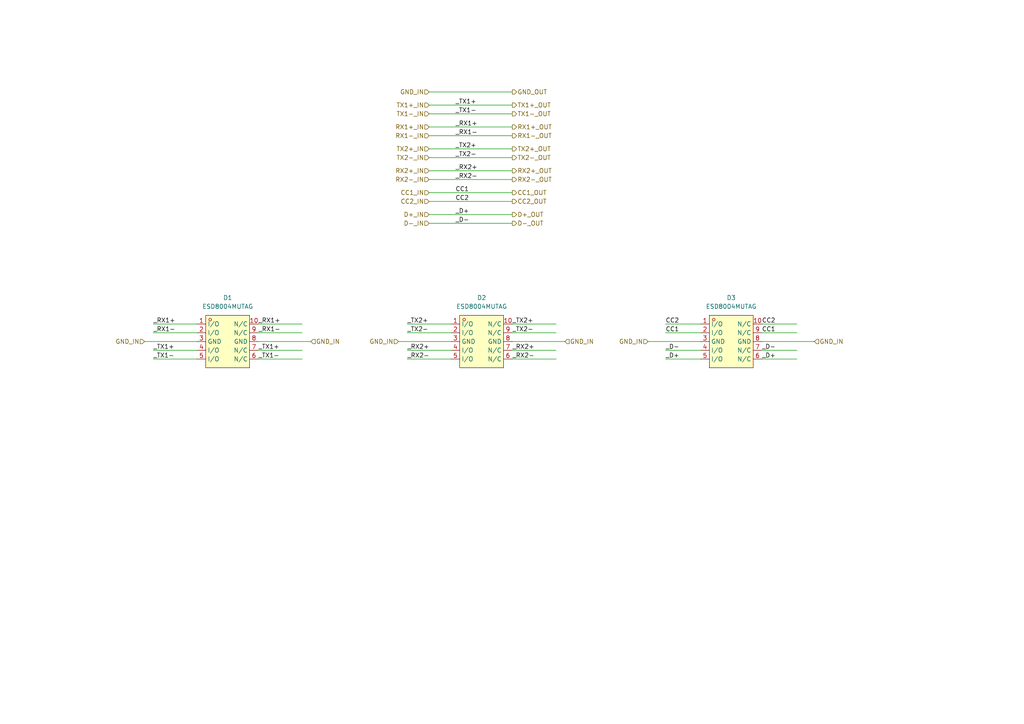
<source format=kicad_sch>
(kicad_sch
	(version 20250114)
	(generator "eeschema")
	(generator_version "9.0")
	(uuid "8194d86b-9a2a-4260-9917-d7e1c5b35e51")
	(paper "A4")
	(lib_symbols
		(symbol "easyeda:ESD8004MUTAG"
			(exclude_from_sim no)
			(in_bom yes)
			(on_board yes)
			(property "Reference" "D"
				(at 0 10.16 0)
				(effects
					(font
						(size 1.27 1.27)
					)
				)
			)
			(property "Value" "ESD8004MUTAG"
				(at 0 -10.16 0)
				(effects
					(font
						(size 1.27 1.27)
					)
				)
			)
			(property "Footprint" "easyeda:UDFN-10_L2.5-W1.0-P0.50-BL"
				(at 0 -12.7 0)
				(effects
					(font
						(size 1.27 1.27)
					)
					(hide yes)
				)
			)
			(property "Datasheet" ""
				(at 0 0 0)
				(effects
					(font
						(size 1.27 1.27)
					)
					(hide yes)
				)
			)
			(property "Description" ""
				(at 0 0 0)
				(effects
					(font
						(size 1.27 1.27)
					)
					(hide yes)
				)
			)
			(property "LCSC Part" "C605399"
				(at 0 -15.24 0)
				(effects
					(font
						(size 1.27 1.27)
					)
					(hide yes)
				)
			)
			(symbol "ESD8004MUTAG_0_1"
				(rectangle
					(start -6.35 7.62)
					(end 6.35 -7.62)
					(stroke
						(width 0)
						(type default)
					)
					(fill
						(type background)
					)
				)
				(circle
					(center -5.08 6.35)
					(radius 0.38)
					(stroke
						(width 0)
						(type default)
					)
					(fill
						(type none)
					)
				)
				(pin unspecified line
					(at -8.89 5.08 0)
					(length 2.54)
					(name "I/O"
						(effects
							(font
								(size 1.27 1.27)
							)
						)
					)
					(number "1"
						(effects
							(font
								(size 1.27 1.27)
							)
						)
					)
				)
				(pin unspecified line
					(at -8.89 2.54 0)
					(length 2.54)
					(name "I/O"
						(effects
							(font
								(size 1.27 1.27)
							)
						)
					)
					(number "2"
						(effects
							(font
								(size 1.27 1.27)
							)
						)
					)
				)
				(pin unspecified line
					(at -8.89 0 0)
					(length 2.54)
					(name "GND"
						(effects
							(font
								(size 1.27 1.27)
							)
						)
					)
					(number "3"
						(effects
							(font
								(size 1.27 1.27)
							)
						)
					)
				)
				(pin unspecified line
					(at -8.89 -2.54 0)
					(length 2.54)
					(name "I/O"
						(effects
							(font
								(size 1.27 1.27)
							)
						)
					)
					(number "4"
						(effects
							(font
								(size 1.27 1.27)
							)
						)
					)
				)
				(pin unspecified line
					(at -8.89 -5.08 0)
					(length 2.54)
					(name "I/O"
						(effects
							(font
								(size 1.27 1.27)
							)
						)
					)
					(number "5"
						(effects
							(font
								(size 1.27 1.27)
							)
						)
					)
				)
				(pin unspecified line
					(at 8.89 5.08 180)
					(length 2.54)
					(name "N/C"
						(effects
							(font
								(size 1.27 1.27)
							)
						)
					)
					(number "10"
						(effects
							(font
								(size 1.27 1.27)
							)
						)
					)
				)
				(pin unspecified line
					(at 8.89 2.54 180)
					(length 2.54)
					(name "N/C"
						(effects
							(font
								(size 1.27 1.27)
							)
						)
					)
					(number "9"
						(effects
							(font
								(size 1.27 1.27)
							)
						)
					)
				)
				(pin unspecified line
					(at 8.89 0 180)
					(length 2.54)
					(name "GND"
						(effects
							(font
								(size 1.27 1.27)
							)
						)
					)
					(number "8"
						(effects
							(font
								(size 1.27 1.27)
							)
						)
					)
				)
				(pin unspecified line
					(at 8.89 -2.54 180)
					(length 2.54)
					(name "N/C"
						(effects
							(font
								(size 1.27 1.27)
							)
						)
					)
					(number "7"
						(effects
							(font
								(size 1.27 1.27)
							)
						)
					)
				)
				(pin unspecified line
					(at 8.89 -5.08 180)
					(length 2.54)
					(name "N/C"
						(effects
							(font
								(size 1.27 1.27)
							)
						)
					)
					(number "6"
						(effects
							(font
								(size 1.27 1.27)
							)
						)
					)
				)
			)
			(embedded_fonts no)
		)
	)
	(wire
		(pts
			(xy 115.57 99.06) (xy 130.81 99.06)
		)
		(stroke
			(width 0)
			(type default)
		)
		(uuid "08af427f-9e5b-4b84-ba38-706e4d154e3e")
	)
	(wire
		(pts
			(xy 118.11 104.14) (xy 130.81 104.14)
		)
		(stroke
			(width 0)
			(type solid)
		)
		(uuid "11e9b496-e615-4cf8-91d3-c7fbc1f6eebb")
	)
	(wire
		(pts
			(xy 148.59 93.98) (xy 161.29 93.98)
		)
		(stroke
			(width 0)
			(type solid)
		)
		(uuid "141d61c2-f4c4-40ed-86b0-d3b0cf8f9160")
	)
	(wire
		(pts
			(xy 124.46 49.53) (xy 148.59 49.53)
		)
		(stroke
			(width 0)
			(type solid)
		)
		(uuid "164dd0d7-24ab-42a0-94f8-b500bc010301")
	)
	(wire
		(pts
			(xy 74.93 101.6) (xy 87.63 101.6)
		)
		(stroke
			(width 0)
			(type solid)
		)
		(uuid "18956ff3-e355-4a5b-8d04-3efb52a49607")
	)
	(wire
		(pts
			(xy 124.46 62.23) (xy 148.59 62.23)
		)
		(stroke
			(width 0)
			(type solid)
		)
		(uuid "1e40373d-583d-415b-82b0-1a8128bf2840")
	)
	(wire
		(pts
			(xy 220.98 93.98) (xy 231.14 93.98)
		)
		(stroke
			(width 0)
			(type solid)
		)
		(uuid "212572f1-1dec-4c0a-8740-d7634dd3cb56")
	)
	(wire
		(pts
			(xy 187.96 99.06) (xy 203.2 99.06)
		)
		(stroke
			(width 0)
			(type default)
		)
		(uuid "2862016c-dbcf-4622-a56e-ef8f4d6eff71")
	)
	(wire
		(pts
			(xy 124.46 55.88) (xy 148.59 55.88)
		)
		(stroke
			(width 0)
			(type solid)
		)
		(uuid "328e2a55-03d2-4606-9ff3-191943024186")
	)
	(wire
		(pts
			(xy 118.11 93.98) (xy 130.81 93.98)
		)
		(stroke
			(width 0)
			(type solid)
		)
		(uuid "479b6c2a-0af2-479b-a686-d2f12c9da043")
	)
	(wire
		(pts
			(xy 193.04 93.98) (xy 203.2 93.98)
		)
		(stroke
			(width 0)
			(type solid)
		)
		(uuid "47d4d0af-c5a3-4fba-867c-bb5a7db96889")
	)
	(wire
		(pts
			(xy 148.59 101.6) (xy 161.29 101.6)
		)
		(stroke
			(width 0)
			(type solid)
		)
		(uuid "4b537649-733b-47bc-a073-1155c2fc6609")
	)
	(wire
		(pts
			(xy 124.46 64.77) (xy 148.59 64.77)
		)
		(stroke
			(width 0)
			(type solid)
		)
		(uuid "4b5423e6-2d86-4a9f-acb9-587eb6cd9661")
	)
	(wire
		(pts
			(xy 124.46 52.07) (xy 148.59 52.07)
		)
		(stroke
			(width 0)
			(type solid)
		)
		(uuid "506a5c8e-68cf-4047-b838-8203472a28ae")
	)
	(wire
		(pts
			(xy 124.46 39.37) (xy 148.59 39.37)
		)
		(stroke
			(width 0)
			(type solid)
		)
		(uuid "52d9afee-a6ad-4172-a6bc-7727c1916be7")
	)
	(wire
		(pts
			(xy 44.45 101.6) (xy 57.15 101.6)
		)
		(stroke
			(width 0)
			(type solid)
		)
		(uuid "53977119-3721-433c-a340-fdc4fe56fbd2")
	)
	(wire
		(pts
			(xy 74.93 93.98) (xy 87.63 93.98)
		)
		(stroke
			(width 0)
			(type solid)
		)
		(uuid "55a0c623-2614-4517-91d0-8bf53b9f8cf8")
	)
	(wire
		(pts
			(xy 74.93 99.06) (xy 90.17 99.06)
		)
		(stroke
			(width 0)
			(type default)
		)
		(uuid "59668ac9-98bc-4cc3-ac95-18fd8cadfb7b")
	)
	(wire
		(pts
			(xy 124.46 43.18) (xy 148.59 43.18)
		)
		(stroke
			(width 0)
			(type solid)
		)
		(uuid "5f89be63-5cb1-418f-9832-84fa882736a4")
	)
	(wire
		(pts
			(xy 44.45 104.14) (xy 57.15 104.14)
		)
		(stroke
			(width 0)
			(type solid)
		)
		(uuid "6a10ddfe-bf74-4cb0-9edb-d56a1eb54d16")
	)
	(wire
		(pts
			(xy 41.91 99.06) (xy 57.15 99.06)
		)
		(stroke
			(width 0)
			(type default)
		)
		(uuid "72282b30-e196-4715-bb00-923f5cefb2f3")
	)
	(wire
		(pts
			(xy 220.98 104.14) (xy 231.14 104.14)
		)
		(stroke
			(width 0)
			(type solid)
		)
		(uuid "77fa294a-75ad-4ab3-91fa-8e46a769e1ad")
	)
	(wire
		(pts
			(xy 148.59 96.52) (xy 161.29 96.52)
		)
		(stroke
			(width 0)
			(type solid)
		)
		(uuid "7854a9f4-4822-4b4e-8477-2ee6ad7787f7")
	)
	(wire
		(pts
			(xy 148.59 99.06) (xy 163.83 99.06)
		)
		(stroke
			(width 0)
			(type default)
		)
		(uuid "7f63c955-d08e-4d50-afbe-a7010d07900e")
	)
	(wire
		(pts
			(xy 124.46 45.72) (xy 148.59 45.72)
		)
		(stroke
			(width 0)
			(type solid)
		)
		(uuid "7f7e8fac-7396-4202-be29-a4d9b9856a7c")
	)
	(wire
		(pts
			(xy 124.46 26.67) (xy 148.59 26.67)
		)
		(stroke
			(width 0)
			(type solid)
		)
		(uuid "9347c7d0-ec98-46e2-a3bf-c8cdaa8d41de")
	)
	(wire
		(pts
			(xy 193.04 96.52) (xy 203.2 96.52)
		)
		(stroke
			(width 0)
			(type solid)
		)
		(uuid "9d58cbf7-a6fe-4abe-9e62-6e74a8e18def")
	)
	(wire
		(pts
			(xy 220.98 96.52) (xy 231.14 96.52)
		)
		(stroke
			(width 0)
			(type solid)
		)
		(uuid "a3ad03ad-60e9-48fc-9969-5ba5de925a63")
	)
	(wire
		(pts
			(xy 124.46 36.83) (xy 148.59 36.83)
		)
		(stroke
			(width 0)
			(type solid)
		)
		(uuid "a4ece846-ff82-46c9-8d83-498add4c1f81")
	)
	(wire
		(pts
			(xy 74.93 96.52) (xy 87.63 96.52)
		)
		(stroke
			(width 0)
			(type solid)
		)
		(uuid "a875ca9a-ab79-47d4-abfb-85018a96c944")
	)
	(wire
		(pts
			(xy 124.46 30.48) (xy 148.59 30.48)
		)
		(stroke
			(width 0)
			(type solid)
		)
		(uuid "a8b6dd6a-a284-402a-8353-4425dd2d565a")
	)
	(wire
		(pts
			(xy 220.98 101.6) (xy 231.14 101.6)
		)
		(stroke
			(width 0)
			(type solid)
		)
		(uuid "aab47bf6-77e9-4a03-b43b-f6e485c0eff7")
	)
	(wire
		(pts
			(xy 124.46 33.02) (xy 148.59 33.02)
		)
		(stroke
			(width 0)
			(type solid)
		)
		(uuid "b2c3032c-bc01-4ea9-8a0d-9e8925234e53")
	)
	(wire
		(pts
			(xy 193.04 104.14) (xy 203.2 104.14)
		)
		(stroke
			(width 0)
			(type solid)
		)
		(uuid "b4ea1dc2-7f3e-4e71-a710-a488d8dbc480")
	)
	(wire
		(pts
			(xy 44.45 93.98) (xy 57.15 93.98)
		)
		(stroke
			(width 0)
			(type solid)
		)
		(uuid "b86a79dd-337e-4bb1-8f8c-38e34981a5e0")
	)
	(wire
		(pts
			(xy 44.45 96.52) (xy 57.15 96.52)
		)
		(stroke
			(width 0)
			(type solid)
		)
		(uuid "ba9278dd-0b99-4800-ae97-d406425e8e5f")
	)
	(wire
		(pts
			(xy 118.11 96.52) (xy 130.81 96.52)
		)
		(stroke
			(width 0)
			(type solid)
		)
		(uuid "be204e0d-eec4-4b1f-b0bc-a9f00f21a801")
	)
	(wire
		(pts
			(xy 148.59 104.14) (xy 161.29 104.14)
		)
		(stroke
			(width 0)
			(type solid)
		)
		(uuid "bfee93e9-690b-41fa-8034-5135cb628050")
	)
	(wire
		(pts
			(xy 118.11 101.6) (xy 130.81 101.6)
		)
		(stroke
			(width 0)
			(type solid)
		)
		(uuid "cab75288-61ca-4793-8084-b4ab3c101630")
	)
	(wire
		(pts
			(xy 74.93 104.14) (xy 87.63 104.14)
		)
		(stroke
			(width 0)
			(type solid)
		)
		(uuid "df6178de-8515-4158-a846-a7ef863e46a0")
	)
	(wire
		(pts
			(xy 193.04 101.6) (xy 203.2 101.6)
		)
		(stroke
			(width 0)
			(type solid)
		)
		(uuid "df966837-715a-4d69-aa4c-0d2ccaf4f06f")
	)
	(wire
		(pts
			(xy 124.46 58.42) (xy 148.59 58.42)
		)
		(stroke
			(width 0)
			(type solid)
		)
		(uuid "ea221453-16fb-4f63-97ff-07870b16f3fd")
	)
	(wire
		(pts
			(xy 220.98 99.06) (xy 236.22 99.06)
		)
		(stroke
			(width 0)
			(type default)
		)
		(uuid "eeb46b4a-8af1-49d3-8198-775a8f2a4fda")
	)
	(label "_TX2-"
		(at 132.08 45.72 0)
		(effects
			(font
				(size 1.27 1.27)
			)
			(justify left bottom)
		)
		(uuid "0052ac9e-5d1a-4bd3-847f-5a51f104e837")
	)
	(label "CC1"
		(at 220.98 96.52 0)
		(effects
			(font
				(size 1.27 1.27)
			)
			(justify left bottom)
		)
		(uuid "01c2abc2-caf9-4c02-82f6-5657ec70c509")
	)
	(label "CC1"
		(at 193.04 96.52 0)
		(effects
			(font
				(size 1.27 1.27)
			)
			(justify left bottom)
		)
		(uuid "06003d54-7d59-4cec-a167-68ef6126e79c")
	)
	(label "_D+"
		(at 193.04 104.14 0)
		(effects
			(font
				(size 1.27 1.27)
			)
			(justify left bottom)
		)
		(uuid "0b94ffab-bb21-4458-8ab4-97fde7fe130d")
	)
	(label "_TX1+"
		(at 132.08 30.48 0)
		(effects
			(font
				(size 1.27 1.27)
			)
			(justify left bottom)
		)
		(uuid "0ef27b74-242a-4b00-a3fe-3d074393e7ec")
	)
	(label "_TX2+"
		(at 118.11 93.98 0)
		(effects
			(font
				(size 1.27 1.27)
			)
			(justify left bottom)
		)
		(uuid "1412d5e3-18ce-40dc-bef7-807551209ecf")
	)
	(label "_TX1+"
		(at 74.93 101.6 0)
		(effects
			(font
				(size 1.27 1.27)
			)
			(justify left bottom)
		)
		(uuid "30442e47-7b5c-40b6-b072-9291a499b29b")
	)
	(label "_RX2+"
		(at 148.59 101.6 0)
		(effects
			(font
				(size 1.27 1.27)
			)
			(justify left bottom)
		)
		(uuid "36652c62-08ce-4910-882b-d83b95ffaff5")
	)
	(label "CC2"
		(at 220.98 93.98 0)
		(effects
			(font
				(size 1.27 1.27)
			)
			(justify left bottom)
		)
		(uuid "367358a9-1fac-4468-9119-3f8960b3b18c")
	)
	(label "CC1"
		(at 132.08 55.88 0)
		(effects
			(font
				(size 1.27 1.27)
			)
			(justify left bottom)
		)
		(uuid "3fe7db16-c4da-4604-85be-dd952375b9b6")
	)
	(label "_TX2-"
		(at 118.11 96.52 0)
		(effects
			(font
				(size 1.27 1.27)
			)
			(justify left bottom)
		)
		(uuid "4b4c75f5-5154-45eb-b6cf-3a956cbfc08e")
	)
	(label "_RX2+"
		(at 118.11 101.6 0)
		(effects
			(font
				(size 1.27 1.27)
			)
			(justify left bottom)
		)
		(uuid "58611ea4-5f5f-44a3-b7db-37b839baf073")
	)
	(label "_TX1-"
		(at 44.45 104.14 0)
		(effects
			(font
				(size 1.27 1.27)
			)
			(justify left bottom)
		)
		(uuid "5bdd1e44-8edc-4323-be59-cff583e8b91e")
	)
	(label "_RX2-"
		(at 118.11 104.14 0)
		(effects
			(font
				(size 1.27 1.27)
			)
			(justify left bottom)
		)
		(uuid "67ce8b99-99fe-40f7-8f49-8d36b88901a7")
	)
	(label "_TX2+"
		(at 132.08 43.18 0)
		(effects
			(font
				(size 1.27 1.27)
			)
			(justify left bottom)
		)
		(uuid "683e88a3-ba41-49a1-aceb-be1309a6c94a")
	)
	(label "_D-"
		(at 193.04 101.6 0)
		(effects
			(font
				(size 1.27 1.27)
			)
			(justify left bottom)
		)
		(uuid "6d6f0760-7429-4ed0-9f04-7d5e37730d65")
	)
	(label "_RX1-"
		(at 132.08 39.37 0)
		(effects
			(font
				(size 1.27 1.27)
			)
			(justify left bottom)
		)
		(uuid "71568ee1-9ae3-45a7-a3f3-ba551e4005f0")
	)
	(label "_D-"
		(at 220.98 101.6 0)
		(effects
			(font
				(size 1.27 1.27)
			)
			(justify left bottom)
		)
		(uuid "71b1ccad-82df-4c48-99a4-0a79a165378a")
	)
	(label "_RX1-"
		(at 74.93 96.52 0)
		(effects
			(font
				(size 1.27 1.27)
			)
			(justify left bottom)
		)
		(uuid "735cf813-ca41-455d-8a4c-5b0357263ae2")
	)
	(label "_RX1+"
		(at 74.93 93.98 0)
		(effects
			(font
				(size 1.27 1.27)
			)
			(justify left bottom)
		)
		(uuid "78ba5a0d-bf0b-4a16-b1bb-1bb496de675b")
	)
	(label "_RX1-"
		(at 44.45 96.52 0)
		(effects
			(font
				(size 1.27 1.27)
			)
			(justify left bottom)
		)
		(uuid "832f7d7e-b71e-4624-9d9a-db22bad8695a")
	)
	(label "_TX1+"
		(at 44.45 101.6 0)
		(effects
			(font
				(size 1.27 1.27)
			)
			(justify left bottom)
		)
		(uuid "83aa9b75-fd12-4e18-a139-64d63786686b")
	)
	(label "_RX2+"
		(at 132.08 49.53 0)
		(effects
			(font
				(size 1.27 1.27)
			)
			(justify left bottom)
		)
		(uuid "9f61b4ac-a27d-48d9-9ee0-18e47990f8e7")
	)
	(label "_D-"
		(at 132.08 64.77 0)
		(effects
			(font
				(size 1.27 1.27)
			)
			(justify left bottom)
		)
		(uuid "a6f1f279-170f-445b-8f1e-00f0fbb25b70")
	)
	(label "_TX2-"
		(at 148.59 96.52 0)
		(effects
			(font
				(size 1.27 1.27)
			)
			(justify left bottom)
		)
		(uuid "afd9d2d8-4fb0-4579-80f5-3c766e9e7c5f")
	)
	(label "CC2"
		(at 132.08 58.42 0)
		(effects
			(font
				(size 1.27 1.27)
			)
			(justify left bottom)
		)
		(uuid "afe07791-a59c-4da8-9338-ae6fe9f58266")
	)
	(label "_D+"
		(at 132.08 62.23 0)
		(effects
			(font
				(size 1.27 1.27)
			)
			(justify left bottom)
		)
		(uuid "b5074637-6725-4561-88bc-e95f84938cb1")
	)
	(label "_TX2+"
		(at 148.59 93.98 0)
		(effects
			(font
				(size 1.27 1.27)
			)
			(justify left bottom)
		)
		(uuid "b741d2d7-59d6-42cf-beb5-8ccd0b98e16b")
	)
	(label "_RX2-"
		(at 132.08 52.07 0)
		(effects
			(font
				(size 1.27 1.27)
			)
			(justify left bottom)
		)
		(uuid "bdfbf6f3-5b2b-46e0-b4f1-1bb8cacaad56")
	)
	(label "_TX1-"
		(at 74.93 104.14 0)
		(effects
			(font
				(size 1.27 1.27)
			)
			(justify left bottom)
		)
		(uuid "cc45d8f4-e596-420d-8c6b-32e157a5ca2b")
	)
	(label "_RX1+"
		(at 44.45 93.98 0)
		(effects
			(font
				(size 1.27 1.27)
			)
			(justify left bottom)
		)
		(uuid "d40915a6-d04c-45fd-8eb5-810dc41d6bb7")
	)
	(label "_RX2-"
		(at 148.59 104.14 0)
		(effects
			(font
				(size 1.27 1.27)
			)
			(justify left bottom)
		)
		(uuid "ebb8ac02-9171-4f89-a8a7-95ea7c28f719")
	)
	(label "_RX1+"
		(at 132.08 36.83 0)
		(effects
			(font
				(size 1.27 1.27)
			)
			(justify left bottom)
		)
		(uuid "f798037d-6663-497d-ba94-82b5bffc2207")
	)
	(label "CC2"
		(at 193.04 93.98 0)
		(effects
			(font
				(size 1.27 1.27)
			)
			(justify left bottom)
		)
		(uuid "f91a6888-8b8c-49bb-9115-57e47e1896b0")
	)
	(label "_TX1-"
		(at 132.08 33.02 0)
		(effects
			(font
				(size 1.27 1.27)
			)
			(justify left bottom)
		)
		(uuid "fc01c335-7a15-466d-8cc9-02d7c26ea1be")
	)
	(label "_D+"
		(at 220.98 104.14 0)
		(effects
			(font
				(size 1.27 1.27)
			)
			(justify left bottom)
		)
		(uuid "ff69c5cf-04f3-4d9d-aa63-0821566f872b")
	)
	(hierarchical_label "RX2+_OUT"
		(shape output)
		(at 148.59 49.53 0)
		(effects
			(font
				(size 1.27 1.27)
			)
			(justify left)
		)
		(uuid "05156468-bb4c-49c8-bee7-bdae032683c9")
	)
	(hierarchical_label "TX1+_OUT"
		(shape output)
		(at 148.59 30.48 0)
		(effects
			(font
				(size 1.27 1.27)
			)
			(justify left)
		)
		(uuid "195c1c8a-ac78-4196-9eda-874b2676c624")
	)
	(hierarchical_label "GND_IN"
		(shape input)
		(at 41.91 99.06 180)
		(effects
			(font
				(size 1.27 1.27)
			)
			(justify right)
		)
		(uuid "31829795-d371-4f2d-9057-d813fb1b70dc")
	)
	(hierarchical_label "RX1-_IN"
		(shape input)
		(at 124.46 39.37 180)
		(effects
			(font
				(size 1.27 1.27)
			)
			(justify right)
		)
		(uuid "32209bf9-10a1-48ff-8980-9bc2cf39777a")
	)
	(hierarchical_label "D+_OUT"
		(shape output)
		(at 148.59 62.23 0)
		(effects
			(font
				(size 1.27 1.27)
			)
			(justify left)
		)
		(uuid "3b47c988-f698-4a0e-b39b-b254d7cc2320")
	)
	(hierarchical_label "CC1_IN"
		(shape input)
		(at 124.46 55.88 180)
		(effects
			(font
				(size 1.27 1.27)
			)
			(justify right)
		)
		(uuid "4a34f458-1770-4587-84d9-8be07cc81be5")
	)
	(hierarchical_label "TX1-_OUT"
		(shape output)
		(at 148.59 33.02 0)
		(effects
			(font
				(size 1.27 1.27)
			)
			(justify left)
		)
		(uuid "4ac4f7ab-4aa0-4873-bfb9-1a0ad31f74f6")
	)
	(hierarchical_label "D-_IN"
		(shape input)
		(at 124.46 64.77 180)
		(effects
			(font
				(size 1.27 1.27)
			)
			(justify right)
		)
		(uuid "75fbafb4-12e2-4a59-b97c-601b5af2bd54")
	)
	(hierarchical_label "TX2-_OUT"
		(shape output)
		(at 148.59 45.72 0)
		(effects
			(font
				(size 1.27 1.27)
			)
			(justify left)
		)
		(uuid "78b95c45-a0da-42bd-a591-f2eb26afccb0")
	)
	(hierarchical_label "RX2-_OUT"
		(shape output)
		(at 148.59 52.07 0)
		(effects
			(font
				(size 1.27 1.27)
			)
			(justify left)
		)
		(uuid "7bdac9e3-31ea-4891-ac7d-63866488e63f")
	)
	(hierarchical_label "GND_IN"
		(shape input)
		(at 163.83 99.06 0)
		(effects
			(font
				(size 1.27 1.27)
			)
			(justify left)
		)
		(uuid "7f627ff3-7676-49db-b3e7-86ea4dbee9b2")
	)
	(hierarchical_label "TX2+_IN"
		(shape input)
		(at 124.46 43.18 180)
		(effects
			(font
				(size 1.27 1.27)
			)
			(justify right)
		)
		(uuid "8337dea2-a6b2-47d2-8ba1-a617a441130c")
	)
	(hierarchical_label "RX2+_IN"
		(shape input)
		(at 124.46 49.53 180)
		(effects
			(font
				(size 1.27 1.27)
			)
			(justify right)
		)
		(uuid "85483463-9093-4b49-878d-911b396c4020")
	)
	(hierarchical_label "GND_OUT"
		(shape output)
		(at 148.59 26.67 0)
		(effects
			(font
				(size 1.27 1.27)
			)
			(justify left)
		)
		(uuid "9789f695-1256-496e-9960-8ec783c9e053")
	)
	(hierarchical_label "GND_IN"
		(shape input)
		(at 236.22 99.06 0)
		(effects
			(font
				(size 1.27 1.27)
			)
			(justify left)
		)
		(uuid "98c626db-65a4-4f1d-a12a-4a3d2503374f")
	)
	(hierarchical_label "TX1-_IN"
		(shape input)
		(at 124.46 33.02 180)
		(effects
			(font
				(size 1.27 1.27)
			)
			(justify right)
		)
		(uuid "a06b4c35-5f40-429f-9266-36c9150b9918")
	)
	(hierarchical_label "RX2-_IN"
		(shape input)
		(at 124.46 52.07 180)
		(effects
			(font
				(size 1.27 1.27)
			)
			(justify right)
		)
		(uuid "a1a1a382-5960-4df9-b6b2-911d519985f9")
	)
	(hierarchical_label "TX1+_IN"
		(shape input)
		(at 124.46 30.48 180)
		(effects
			(font
				(size 1.27 1.27)
			)
			(justify right)
		)
		(uuid "a70d47a9-3aa3-49b5-9afe-e8280034b742")
	)
	(hierarchical_label "RX1-_OUT"
		(shape output)
		(at 148.59 39.37 0)
		(effects
			(font
				(size 1.27 1.27)
			)
			(justify left)
		)
		(uuid "a77ccdd7-09f5-4aa2-b6bb-2f199ea9e1dd")
	)
	(hierarchical_label "RX1+_IN"
		(shape input)
		(at 124.46 36.83 180)
		(effects
			(font
				(size 1.27 1.27)
			)
			(justify right)
		)
		(uuid "a88302b8-e2c7-43e9-86ce-ebdf1be4590c")
	)
	(hierarchical_label "D-_OUT"
		(shape output)
		(at 148.59 64.77 0)
		(effects
			(font
				(size 1.27 1.27)
			)
			(justify left)
		)
		(uuid "a9f68c7a-33ae-471e-89a6-3578b4815c47")
	)
	(hierarchical_label "GND_IN"
		(shape input)
		(at 90.17 99.06 0)
		(effects
			(font
				(size 1.27 1.27)
			)
			(justify left)
		)
		(uuid "b6e99bac-dc2b-43a8-803d-5675de8d22f2")
	)
	(hierarchical_label "TX2-_IN"
		(shape input)
		(at 124.46 45.72 180)
		(effects
			(font
				(size 1.27 1.27)
			)
			(justify right)
		)
		(uuid "be529564-6e49-4cea-81b4-a7a24539186c")
	)
	(hierarchical_label "GND_IN"
		(shape input)
		(at 187.96 99.06 180)
		(effects
			(font
				(size 1.27 1.27)
			)
			(justify right)
		)
		(uuid "c936f0dc-5a8e-4df3-9f32-eb4c3481dda3")
	)
	(hierarchical_label "GND_IN"
		(shape input)
		(at 115.57 99.06 180)
		(effects
			(font
				(size 1.27 1.27)
			)
			(justify right)
		)
		(uuid "d743d6c4-1ec7-42bd-b29b-cdd2ed96411e")
	)
	(hierarchical_label "CC2_OUT"
		(shape output)
		(at 148.59 58.42 0)
		(effects
			(font
				(size 1.27 1.27)
			)
			(justify left)
		)
		(uuid "e7818243-f1e0-4f7f-9bb6-09143cb615b9")
	)
	(hierarchical_label "RX1+_OUT"
		(shape output)
		(at 148.59 36.83 0)
		(effects
			(font
				(size 1.27 1.27)
			)
			(justify left)
		)
		(uuid "e89c9364-c6a2-4fb1-aa08-d76ada21e1aa")
	)
	(hierarchical_label "TX2+_OUT"
		(shape output)
		(at 148.59 43.18 0)
		(effects
			(font
				(size 1.27 1.27)
			)
			(justify left)
		)
		(uuid "f53ca28b-c334-4e34-bf8b-4ae970e8739c")
	)
	(hierarchical_label "GND_IN"
		(shape input)
		(at 124.46 26.67 180)
		(effects
			(font
				(size 1.27 1.27)
			)
			(justify right)
		)
		(uuid "f6b61569-ee97-4081-97b6-3e33c52b25da")
	)
	(hierarchical_label "D+_IN"
		(shape input)
		(at 124.46 62.23 180)
		(effects
			(font
				(size 1.27 1.27)
			)
			(justify right)
		)
		(uuid "fa61938a-5520-4d21-a826-10de5094c094")
	)
	(hierarchical_label "CC2_IN"
		(shape input)
		(at 124.46 58.42 180)
		(effects
			(font
				(size 1.27 1.27)
			)
			(justify right)
		)
		(uuid "faef912b-1763-404c-8019-76dd75c5817d")
	)
	(hierarchical_label "CC1_OUT"
		(shape output)
		(at 148.59 55.88 0)
		(effects
			(font
				(size 1.27 1.27)
			)
			(justify left)
		)
		(uuid "fd3935d9-2524-43b0-9469-b49339ad4ffd")
	)
	(symbol
		(lib_id "easyeda:ESD8004MUTAG")
		(at 212.09 99.06 0)
		(unit 1)
		(exclude_from_sim no)
		(in_bom yes)
		(on_board yes)
		(dnp no)
		(fields_autoplaced yes)
		(uuid "6484ae65-92b2-412f-88b1-2ebdb56576fa")
		(property "Reference" "D3"
			(at 212.09 86.36 0)
			(effects
				(font
					(size 1.27 1.27)
				)
			)
		)
		(property "Value" "ESD8004MUTAG"
			(at 212.09 88.9 0)
			(effects
				(font
					(size 1.27 1.27)
				)
			)
		)
		(property "Footprint" "easyeda:UDFN-10_L2.5-W1.0-P0.50-BL"
			(at 212.09 111.76 0)
			(effects
				(font
					(size 1.27 1.27)
				)
				(hide yes)
			)
		)
		(property "Datasheet" ""
			(at 212.09 99.06 0)
			(effects
				(font
					(size 1.27 1.27)
				)
				(hide yes)
			)
		)
		(property "Description" ""
			(at 212.09 99.06 0)
			(effects
				(font
					(size 1.27 1.27)
				)
				(hide yes)
			)
		)
		(property "LCSC Part" "C605399"
			(at 212.09 114.3 0)
			(effects
				(font
					(size 1.27 1.27)
				)
				(hide yes)
			)
		)
		(pin "3"
			(uuid "cbe9cb84-78b4-4132-b5f9-ea3afabe2df2")
		)
		(pin "2"
			(uuid "45ac6841-e2bc-4d74-87f4-2179fcca4338")
		)
		(pin "6"
			(uuid "2115d9c6-c9e1-4e78-9514-b4f266f2434f")
		)
		(pin "9"
			(uuid "7c778bc8-728b-4c57-a560-336293ba3106")
		)
		(pin "5"
			(uuid "55f81738-5d57-4dee-90df-90ade749c333")
		)
		(pin "10"
			(uuid "1bb9c02c-af37-46c2-95f6-bc3e2e027e42")
		)
		(pin "4"
			(uuid "c6771760-57ba-47f7-b5eb-de5b1123a8ed")
		)
		(pin "7"
			(uuid "f132c0b1-202a-4ea8-838a-e156b0fd11c0")
		)
		(pin "8"
			(uuid "8012544c-cabd-43d6-a9c3-c6fd04232bd5")
		)
		(pin "1"
			(uuid "94122507-97ec-46b7-9a8d-23f51e4da0ff")
		)
		(instances
			(project "laser_driver"
				(path "/0e59b2fa-b1c5-4334-8a91-a26c7df9e0ca/0367a9b3-bf5b-4a08-aaec-e8224c1f9733"
					(reference "D3")
					(unit 1)
				)
			)
		)
	)
	(symbol
		(lib_id "easyeda:ESD8004MUTAG")
		(at 66.04 99.06 0)
		(unit 1)
		(exclude_from_sim no)
		(in_bom yes)
		(on_board yes)
		(dnp no)
		(fields_autoplaced yes)
		(uuid "68ad0067-e9f0-4beb-bc46-6114772367c5")
		(property "Reference" "D1"
			(at 66.04 86.36 0)
			(effects
				(font
					(size 1.27 1.27)
				)
			)
		)
		(property "Value" "ESD8004MUTAG"
			(at 66.04 88.9 0)
			(effects
				(font
					(size 1.27 1.27)
				)
			)
		)
		(property "Footprint" "easyeda:UDFN-10_L2.5-W1.0-P0.50-BL"
			(at 66.04 111.76 0)
			(effects
				(font
					(size 1.27 1.27)
				)
				(hide yes)
			)
		)
		(property "Datasheet" ""
			(at 66.04 99.06 0)
			(effects
				(font
					(size 1.27 1.27)
				)
				(hide yes)
			)
		)
		(property "Description" ""
			(at 66.04 99.06 0)
			(effects
				(font
					(size 1.27 1.27)
				)
				(hide yes)
			)
		)
		(property "LCSC Part" "C605399"
			(at 66.04 114.3 0)
			(effects
				(font
					(size 1.27 1.27)
				)
				(hide yes)
			)
		)
		(pin "3"
			(uuid "660502df-6f54-402f-9c9d-03d30ead190b")
		)
		(pin "2"
			(uuid "4cf239b3-300a-427f-b737-d8d40c6aaaf4")
		)
		(pin "6"
			(uuid "18fb81bd-e304-4495-90e5-906aebca9cd0")
		)
		(pin "9"
			(uuid "9f903891-2cd1-412b-8c35-b9ae7af0e922")
		)
		(pin "5"
			(uuid "98b52313-369d-41ca-9ace-223fb9a3c2ae")
		)
		(pin "10"
			(uuid "1d4a39fd-283e-4304-b048-732cbd553e48")
		)
		(pin "4"
			(uuid "67b0ae05-7f31-4754-a832-fd2e08c6f249")
		)
		(pin "7"
			(uuid "49525a09-3146-4181-b8b3-b282e22e3b1d")
		)
		(pin "8"
			(uuid "4c0ad220-a2a7-40c7-92b6-ab891c77fff3")
		)
		(pin "1"
			(uuid "ef9ed113-7239-4e73-a23f-09c9f0296713")
		)
		(instances
			(project ""
				(path "/0e59b2fa-b1c5-4334-8a91-a26c7df9e0ca/0367a9b3-bf5b-4a08-aaec-e8224c1f9733"
					(reference "D1")
					(unit 1)
				)
			)
		)
	)
	(symbol
		(lib_id "easyeda:ESD8004MUTAG")
		(at 139.7 99.06 0)
		(unit 1)
		(exclude_from_sim no)
		(in_bom yes)
		(on_board yes)
		(dnp no)
		(fields_autoplaced yes)
		(uuid "7a927368-6ebe-43c0-a118-99b603fd7ebd")
		(property "Reference" "D2"
			(at 139.7 86.36 0)
			(effects
				(font
					(size 1.27 1.27)
				)
			)
		)
		(property "Value" "ESD8004MUTAG"
			(at 139.7 88.9 0)
			(effects
				(font
					(size 1.27 1.27)
				)
			)
		)
		(property "Footprint" "easyeda:UDFN-10_L2.5-W1.0-P0.50-BL"
			(at 139.7 111.76 0)
			(effects
				(font
					(size 1.27 1.27)
				)
				(hide yes)
			)
		)
		(property "Datasheet" ""
			(at 139.7 99.06 0)
			(effects
				(font
					(size 1.27 1.27)
				)
				(hide yes)
			)
		)
		(property "Description" ""
			(at 139.7 99.06 0)
			(effects
				(font
					(size 1.27 1.27)
				)
				(hide yes)
			)
		)
		(property "LCSC Part" "C605399"
			(at 139.7 114.3 0)
			(effects
				(font
					(size 1.27 1.27)
				)
				(hide yes)
			)
		)
		(pin "3"
			(uuid "51136376-0119-4212-b221-f51960418d78")
		)
		(pin "2"
			(uuid "3c2b0440-3bcd-4e9b-b690-313d71d2e684")
		)
		(pin "6"
			(uuid "19296272-df02-4705-99d0-0a0ecd8a2053")
		)
		(pin "9"
			(uuid "65757a55-5f1d-45d8-b55f-cbe31f5222aa")
		)
		(pin "5"
			(uuid "d55de37e-6f7e-4eca-9886-306633ae186a")
		)
		(pin "10"
			(uuid "2db89bfc-a98e-4709-ba08-79d4a141a3cd")
		)
		(pin "4"
			(uuid "e19ef58e-ca1c-4e07-8340-fe1ad7f449d3")
		)
		(pin "7"
			(uuid "6bcbe5b5-f005-4569-8cc9-130f4784e66f")
		)
		(pin "8"
			(uuid "f926dfb6-7949-4a33-8e3b-bb4905fc680c")
		)
		(pin "1"
			(uuid "72135260-8a6f-4bce-930c-20dfe3cc4af1")
		)
		(instances
			(project "laser_driver"
				(path "/0e59b2fa-b1c5-4334-8a91-a26c7df9e0ca/0367a9b3-bf5b-4a08-aaec-e8224c1f9733"
					(reference "D2")
					(unit 1)
				)
			)
		)
	)
)

</source>
